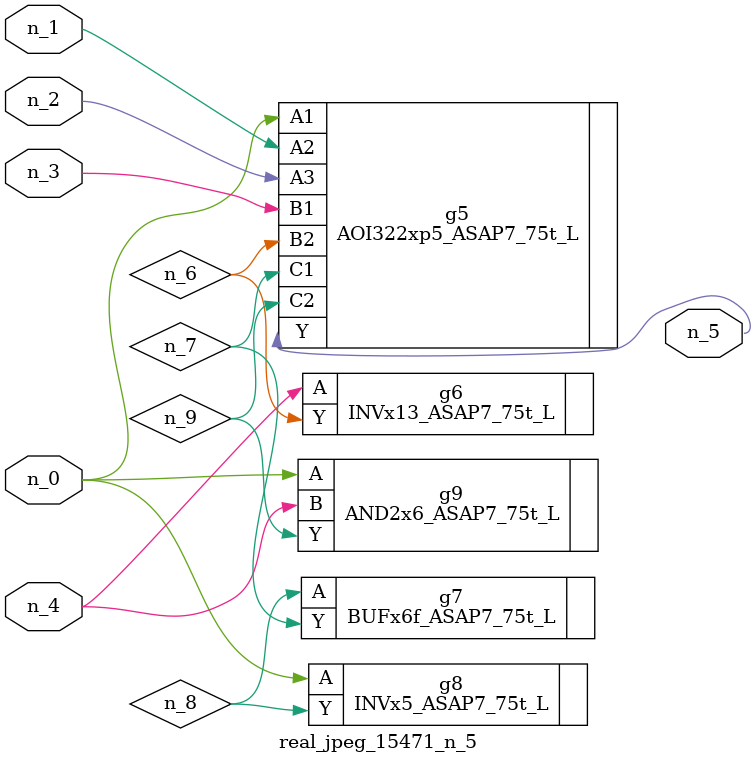
<source format=v>
module real_jpeg_15471_n_5 (n_4, n_0, n_1, n_2, n_3, n_5);

input n_4;
input n_0;
input n_1;
input n_2;
input n_3;

output n_5;

wire n_8;
wire n_6;
wire n_7;
wire n_9;

AOI322xp5_ASAP7_75t_L g5 ( 
.A1(n_0),
.A2(n_1),
.A3(n_2),
.B1(n_3),
.B2(n_6),
.C1(n_7),
.C2(n_9),
.Y(n_5)
);

INVx5_ASAP7_75t_L g8 ( 
.A(n_0),
.Y(n_8)
);

AND2x6_ASAP7_75t_L g9 ( 
.A(n_0),
.B(n_4),
.Y(n_9)
);

INVx13_ASAP7_75t_L g6 ( 
.A(n_4),
.Y(n_6)
);

BUFx6f_ASAP7_75t_L g7 ( 
.A(n_8),
.Y(n_7)
);


endmodule
</source>
